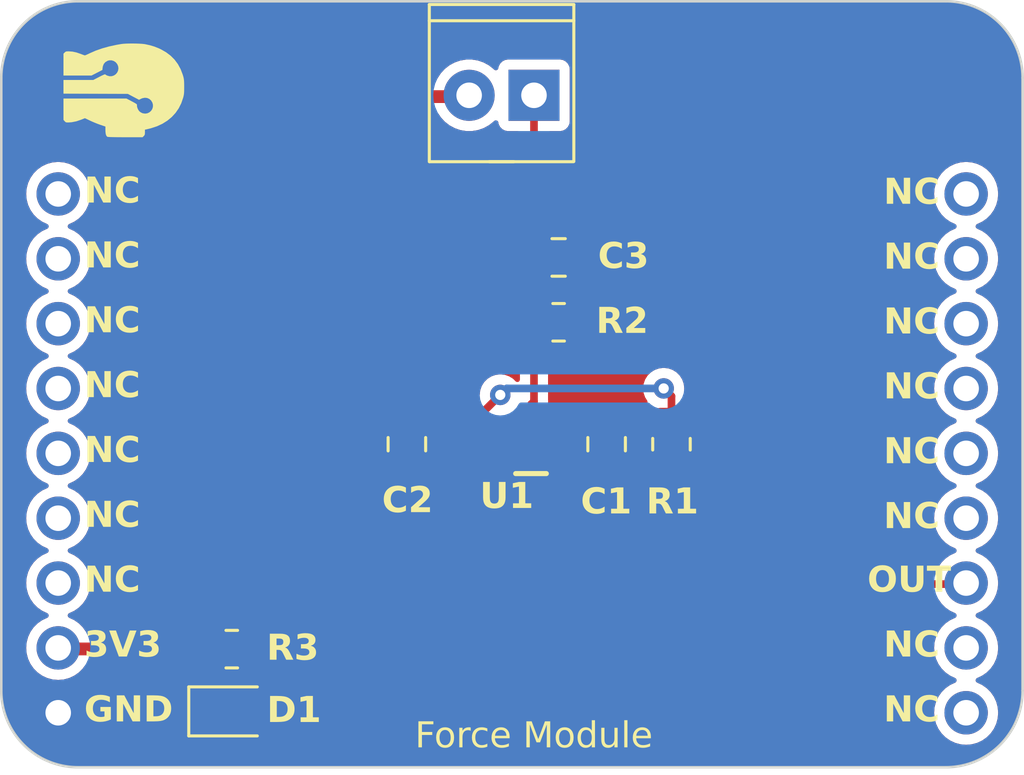
<source format=kicad_pcb>
(kicad_pcb (version 20240108) (generator "pcbnew") (generator_version "8.0")
  (layers (0 "F.Cu" signal) (31 "B.Cu" signal) (34 "B.Paste" user) (35 "F.Paste" user) (36 "B.SilkS" user "B.Silkscreen") (37 "F.SilkS" user "F.Silkscreen") (38 "B.Mask" user) (39 "F.Mask" user) (44 "Edge.Cuts" user))
  (net 0 "")
  (net 1 "OUT")
  (net 2 "GND")
  (net 3 "Net-(U1-V+)")
  (net 4 "VIN")
  (net 5 "Net-(D1-A)")
  (net 6 "+3V3")
  (net 7 "Net-(U1-IN-)")
  (footprint "Capacitor_SMD:C_0805_2012Metric" (layer "F.Cu") (at 79.3496 61.3664)
    (property "Reference" "C3" (at 2.54 0 0) (layer "F.SilkS") (effects (font (thickness 0.15) (bold yes))))
    (property "Value" "C")
    (fp_line (start -0.261252 -0.735) (end 0.261252 -0.735) (stroke (width 0.12)) (layer "F.SilkS"))
    (fp_line (start -0.261252 0.735) (end 0.261252 0.735) (stroke (width 0.12)) (layer "F.SilkS"))
    (pad "1" smd roundrect (at -0.95 0) (size 1 1.45) (layers "F.Cu" "F.Paste" "F.Mask") (net 4 "VIN"))
    (pad "2" smd roundrect (at 0.95 0) (size 1 1.45) (layers "F.Cu" "F.Paste" "F.Mask") (net 2 "GND"))
  )
  (footprint "meminle:SOT65P210X110-5N" (layer "F.Cu") (at 77.3176 68.7324 180)
    (property "Reference" "U1" (at 0 -2.032 0) (layer "F.SilkS") (effects (font (thickness 0.2) (bold yes))))
    (property "Value" "TLV521DCKR" (hide yes))
    (fp_line (start -1.55 -1.1) (end -0.35 -1.1) (stroke (width 0.2)) (layer "F.SilkS"))
    (pad "1" smd rect (at -0.95 -0.65 270) (size 0.4 1.2) (layers "F.Cu" "F.Paste" "F.Mask") (net 1 "OUT"))
    (pad "2" smd rect (at -0.95 0 270) (size 0.4 1.2) (layers "F.Cu" "F.Paste" "F.Mask") (net 2 "GND"))
    (pad "3" smd rect (at -0.95 0.65 270) (size 0.4 1.2) (layers "F.Cu" "F.Paste" "F.Mask") (net 4 "VIN"))
    (pad "4" smd rect (at 0.95 0.65 270) (size 0.4 1.2) (layers "F.Cu" "F.Paste" "F.Mask") (net 7 "Net-(U1-IN-)"))
    (pad "5" smd rect (at 0.95 -0.65 270) (size 0.4 1.2) (layers "F.Cu" "F.Paste" "F.Mask") (net 3 "Net-(U1-V+)"))
  )
  (footprint "Capacitor_SMD:C_0805_2012Metric" (layer "F.Cu") (at 81.2292 68.6816 90)
    (property "Reference" "C1" (at -2.2964 -0.0152 180) (layer "F.SilkS") (effects (font (thickness 0.15) (bold yes))))
    (property "Value" "0.1uF")
    (fp_line (start -0.261252 -0.735) (end 0.261252 -0.735) (stroke (width 0.12)) (layer "F.SilkS"))
    (fp_line (start -0.261252 0.735) (end 0.261252 0.735) (stroke (width 0.12)) (layer "F.SilkS"))
    (pad "1" smd roundrect (at -0.95 0 90) (size 1 1.45) (layers "F.Cu" "F.Paste" "F.Mask") (net 1 "OUT"))
    (pad "2" smd roundrect (at 0.95 0 90) (size 1 1.45) (layers "F.Cu" "F.Paste" "F.Mask") (net 2 "GND"))
  )
  (footprint "LED_SMD:LED_0805_2012Metric" (layer "F.Cu") (at 66.548 79.1464)
    (property "Reference" "D1" (at 2.4384 0 0) (layer "F.SilkS") (effects (font (thickness 0.15) (bold yes))))
    (property "Value" "LED")
    (fp_line (start -1.685 -0.96) (end -1.685 0.96) (stroke (width 0.12)) (layer "F.SilkS"))
    (fp_line (start -1.685 0.96) (end 1 0.96) (stroke (width 0.12)) (layer "F.SilkS"))
    (fp_line (start 1 -0.96) (end -1.685 -0.96) (stroke (width 0.12)) (layer "F.SilkS"))
    (pad "1" smd roundrect (at -0.9375 0) (size 0.975 1.4) (layers "F.Cu" "F.Paste" "F.Mask") (net 2 "GND"))
    (pad "2" smd roundrect (at 0.9375 0) (size 0.975 1.4) (layers "F.Cu" "F.Paste" "F.Mask") (net 5 "Net-(D1-A)"))
  )
  (footprint "TerminalBlock_Phoenix:TerminalBlock_Phoenix_MPT-0,5-2-2.54_1x02_P2.54mm_Horizontal" (layer "F.Cu") (at 75.8444 55.0164)
    (property "Reference" "J1" (hide yes))
    (property "Value" "Force Sensor")
    (fp_line (start -1.56 -3.556) (end -1.56 2.6) (stroke (width 0.12)) (layer "F.SilkS"))
    (fp_line (start -1.56 -3.556) (end 4.1 -3.556) (stroke (width 0.12)) (layer "F.SilkS"))
    (fp_line (start -1.56 -2.921) (end 4.1 -2.921) (stroke (width 0.12)) (layer "F.SilkS"))
    (fp_line (start -1.5494 2.6) (end 4.0894 2.6) (stroke (width 0.12)) (layer "F.SilkS"))
    (fp_line (start 0.79 2.6) (end 1.75 2.6) (stroke (width 0.12)) (layer "F.SilkS"))
    (fp_line (start 4.1 -3.556) (end 4.1 2.5908) (stroke (width 0.12)) (layer "F.SilkS"))
    (pad "1" thru_hole circle (at 0 0) (size 2 2) (drill 1) (layers "*.Cu" "*.Mask") (net 6 "+3V3"))
    (pad "2" thru_hole rect (at 2.54 0) (size 2 2) (drill 1) (layers "*.Cu" "*.Mask") (net 4 "VIN"))
  )
  (footprint "Moduler_:pin_header" (layer "F.Cu") (at 77.276 69.548)
    (property "Reference" "U2" (hide yes))
    (property "Value" "~" (hide yes))
    (fp_poly (pts (xy -14.485582 -16.559009) (xy -14.360573 -16.554745) (xy -14.248636 -16.54798) (xy -14.157002 -16.538775) (xy -14.117924 -16.532703) (xy -13.929469 -16.491549) (xy -13.759531 -16.440533) (xy -13.595569 -16.375574) (xy -13.505604 -16.333511) (xy -13.302009 -16.218091) (xy -13.123321 -16.083397) (xy -12.969118 -15.928915) (xy -12.838978 -15.754131) (xy -12.73248 -15.558531) (xy -12.6492 -15.3416) (xy -12.625721 -15.261504) (xy -12.612959 -15.20932) (xy -12.603846 -15.156964) (xy -12.597806 -15.097579) (xy -12.594264 -15.024306) (xy -12.592645 -14.930288) (xy -12.59236 -14.863654) (xy -12.592671 -14.758539) (xy -12.594379 -14.67766) (xy -12.598173 -14.613669) (xy -12.604739 -14.559219) (xy -12.614766 -14.506962) (xy -12.628942 -14.449549) (xy -12.632287 -14.43698) (xy -12.705714 -14.221543) (xy -12.805363 -14.022972) (xy -12.930147 -13.842253) (xy -13.078978 -13.68037) (xy -13.250768 -13.538308) (xy -13.444431 -13.417053) (xy -13.658878 -13.317589) (xy -13.893022 -13.240901) (xy -13.975535 -13.220506) (xy -14.129547 -13.185381) (xy -14.129547 -13.083439) (xy -14.131087 -13.025365) (xy -14.138019 -12.987709) (xy -14.153807 -12.959356) (xy -14.17572 -12.935324) (xy -14.221893 -12.889151) (xy -14.898388 -12.889632) (xy -15.093554 -12.890179) (xy -15.257188 -12.891522) (xy -15.389336 -12.893662) (xy -15.490047 -12.896601) (xy -15.559371 -12.900339) (xy -15.597354 -12.904877) (xy -15.604006 -12.907041) (xy -15.639705 -12.944721) (xy -15.663541 -13.009816) (xy -15.675744 -13.103144) (xy -15.677582 -13.169023) (xy -15.677607 -13.307746) (xy -15.877323 -13.375342) (xy -15.973613 -13.410249) (xy -16.083694 -13.453796) (xy -16.193274 -13.500154) (xy -16.27912 -13.539209) (xy -16.481202 -13.63548) (xy -16.625058 -13.577237) (xy -16.814264 -13.51298) (xy -16.995657 -13.477073) (xy -17.112214 -13.468483) (xy -17.172568 -13.467793) (xy -17.210949 -13.471228) (xy -17.236949 -13.481681) (xy -17.260163 -13.502045) (xy -17.274123 -13.517292) (xy -17.320343 -13.568879) (xy -17.320343 -13.987224) (xy -17.320343 -14.405569) (xy -16.086926 -14.405569) (xy -14.85351 -14.405569) (xy -14.643801 -14.294889) (xy -14.56284 -14.251731) (xy -14.506066 -14.219928) (xy -14.469493 -14.196546) (xy -14.449134 -14.178651) (xy -14.441003 -14.163308) (xy -14.441111 -14.147581) (xy -14.441413 -14.14592) (xy -14.43976 -14.092795) (xy -14.421236 -14.027967) (xy -14.3904 -13.962942) (xy -14.35181 -13.909228) (xy -14.344762 -13.902005) (xy -14.296227 -13.865834) (xy -14.236644 -13.835404) (xy -14.214799 -13.827587) (xy -14.121045 -13.813694) (xy -14.033382 -13.827179) (xy -13.955509 -13.863953) (xy -13.891126 -13.919926) (xy -13.843932 -13.991011) (xy -13.817627 -14.073118) (xy -13.815911 -14.162158) (xy -13.838074 -14.243952) (xy -13.888707 -14.328311) (xy -13.95777 -14.389514) (xy -14.040589 -14.425955) (xy -14.132494 -14.436027) (xy -14.228811 -14.418125) (xy -14.281052 -14.396241) (xy -14.36193 -14.355321) (xy -14.581404 -14.471272) (xy -14.800878 -14.587224) (xy -16.06061 -14.591538) (xy -17.320343 -14.595853) (xy -17.320343 -14.86402) (xy -17.320343 -15.132186) (xy -16.736108 -15.132186) (xy -16.151873 -15.132186) (xy -15.92364 -15.25081) (xy -15.825628 -15.300328) (xy -15.752835 -15.333929) (xy -15.705794 -15.351385) (xy -15.685044 -15.352471) (xy -15.684533 -15.351839) (xy -15.664369 -15.334981) (xy -15.626413 -15.313259) (xy -15.608475 -15.304645) (xy -15.517344 -15.278515) (xy -15.42868 -15.280387) (xy -15.34665 -15.306716) (xy -15.27542 -15.353956) (xy -15.219157 -15.418565) (xy -15.182028 -15.496995) (xy -15.1682 -15.585704) (xy -15.178799 -15.670169) (xy -15.216089 -15.756834) (xy -15.2752 -15.826154) (xy -15.350432 -15.875231) (xy -15.436087 -15.901168) (xy -15.526465 -15.901066) (xy -15.594919 -15.881743) (xy -15.679764 -15.831605) (xy -15.7402 -15.761879) (xy -15.776844 -15.671686) (xy -15.787538 -15.6087) (xy -15.796027 -15.524455) (xy -16.008245 -15.415199) (xy -16.220463 -15.305942) (xy -16.770403 -15.305942) (xy -17.320343 -15.305942) (xy -17.320343 -15.73365) (xy -17.320343 -16.161358) (xy -17.27417 -16.207531) (xy -17.247441 -16.231634) (xy -17.221044 -16.24546) (xy -17.185152 -16.251797) (xy -17.129936 -16.253429) (xy -17.112261 -16.253429) (xy -16.965134 -16.242789) (xy -16.813828 -16.210492) (xy -16.650907 -16.15493) (xy -16.643254 -16.151886) (xy -16.580147 -16.127507) (xy -16.526736 -16.108472) (xy -16.490695 -16.097439) (xy -16.481152 -16.095743) (xy -16.459332 -16.102404) (xy -16.415439 -16.120594) (xy -16.35561 -16.147624) (xy -16.285983 -16.180807) (xy -16.277762 -16.184828) (xy -16.053998 -16.282606) (xy -15.80365 -16.369931) (xy -15.530295 -16.445763) (xy -15.237504 -16.509065) (xy -15.053614 -16.540657) (xy -14.971712 -16.549822) (xy -14.866727 -16.556178) (xy -14.74589 -16.559787) (xy -14.616431 -16.56071)) (fill solid) (layer "F.SilkS"))
    (fp_line (start -19.7562 -15.2144) (end -19.7562 8.7856) (stroke (width 0.1)) (layer "Edge.Cuts"))
    (fp_line (start -16.7562 11.7856) (end 17.2438 11.7856) (stroke (width 0.1)) (layer "Edge.Cuts"))
    (fp_line (start 17.2438 -18.2144) (end -16.7562 -18.2144) (stroke (width 0.1)) (layer "Edge.Cuts"))
    (fp_line (start 20.2438 8.7856) (end 20.2438 -15.2144) (stroke (width 0.1)) (layer "Edge.Cuts"))
    (fp_arc (start -19.7562 -15.2144) (mid -18.87752 -17.33572) (end -16.7562 -18.2144) (stroke (width 0.1)) (layer "Edge.Cuts"))
    (fp_arc (start -16.7562 11.7856) (mid -18.87752 10.90692) (end -19.7562 8.7856) (stroke (width 0.1)) (layer "Edge.Cuts"))
    (fp_arc (start 17.2438 -18.2144) (mid 19.36512 -17.33572) (end 20.2438 -15.2144) (stroke (width 0.1)) (layer "Edge.Cuts"))
    (fp_arc (start 20.2438 8.7856) (mid 19.36512 10.90692) (end 17.2438 11.7856) (stroke (width 0.1)) (layer "Edge.Cuts"))
    (fp_text user "NC" (at 14.799 -10.112 0) (layer "F.SilkS") (effects (font (thickness 0.2) (bold yes)) (justify left bottom)))
    (fp_text user "3V3" (at -16.51 7.62 0) (layer "F.SilkS") (effects (font (thickness 0.2) (bold yes)) (justify left bottom)))
    (fp_text user "NC" (at -16.51 -5.08 0) (layer "F.SilkS") (effects (font (thickness 0.2) (bold yes)) (justify left bottom)))
    (fp_text user "NC" (at 14.799 10.16 0) (layer "F.SilkS") (effects (font (thickness 0.2) (bold yes)) (justify left bottom)))
    (fp_text user "OUT" (at 14.164 5.08 0) (layer "F.SilkS") (effects (font (thickness 0.2) (bold yes)) (justify left bottom)))
    (fp_text user "NC" (at -16.51 5.08 0) (layer "F.SilkS") (effects (font (thickness 0.2) (bold yes)) (justify left bottom)))
    (fp_text user "NC" (at 14.799 0.048 0) (layer "F.SilkS") (effects (font (thickness 0.2) (bold yes)) (justify left bottom)))
    (fp_text user "NC" (at -16.51 -7.62 0) (layer "F.SilkS") (effects (font (thickness 0.2) (bold yes)) (justify left bottom)))
    (fp_text user "Force Module" (at -3.556 11.176 0) (layer "F.SilkS") (effects (font (thickness 0.1)) (justify left bottom)))
    (fp_text user "GND" (at -16.51 10.16 0) (layer "F.SilkS") (effects (font (thickness 0.2) (bold yes)) (justify left bottom)))
    (fp_text user "NC" (at -16.51 2.54 0) (layer "F.SilkS") (effects (font (thickness 0.2) (bold yes)) (justify left bottom)))
    (fp_text user "NC" (at -16.51 -10.16 0) (layer "F.SilkS") (effects (font (thickness 0.2) (bold yes)) (justify left bottom)))
    (fp_text user "NC" (at -16.51 0 0) (layer "F.SilkS") (effects (font (thickness 0.2) (bold yes)) (justify left bottom)))
    (fp_text user "NC" (at 14.799 2.588 0) (layer "F.SilkS") (effects (font (thickness 0.2) (bold yes)) (justify left bottom)))
    (fp_text user "NC" (at 14.799 7.62 0) (layer "F.SilkS") (effects (font (thickness 0.2) (bold yes)) (justify left bottom)))
    (fp_text user "NC" (at 14.799 -5.032 0) (layer "F.SilkS") (effects (font (thickness 0.2) (bold yes)) (justify left bottom)))
    (fp_text user "NC" (at 14.799 -2.492 0) (layer "F.SilkS") (effects (font (thickness 0.2) (bold yes)) (justify left bottom)))
    (fp_text user "NC" (at 14.799 -7.572 0) (layer "F.SilkS") (effects (font (thickness 0.2) (bold yes)) (justify left bottom)))
    (fp_text user "NC" (at -16.51 -2.54 0) (layer "F.SilkS") (effects (font (thickness 0.2) (bold yes)) (justify left bottom)))
    (pad "1" thru_hole oval (at -17.526 -10.668) (size 1.7 1.7) (drill 1) (layers "*.Cu" "*.Mask"))
    (pad "2" thru_hole oval (at -17.526 -8.128) (size 1.7 1.7) (drill 1) (layers "*.Cu" "*.Mask"))
    (pad "3" thru_hole oval (at -17.526 -5.588) (size 1.7 1.7) (drill 1) (layers "*.Cu" "*.Mask"))
    (pad "4" thru_hole oval (at -17.526 -3.048) (size 1.7 1.7) (drill 1) (layers "*.Cu" "*.Mask"))
    (pad "5" thru_hole oval (at -17.526 -0.508) (size 1.7 1.7) (drill 1) (layers "*.Cu" "*.Mask"))
    (pad "6" thru_hole oval (at -17.526 2.032) (size 1.7 1.7) (drill 1) (layers "*.Cu" "*.Mask"))
    (pad "7" thru_hole oval (at -17.526 4.572) (size 1.7 1.7) (drill 1) (layers "*.Cu" "*.Mask"))
    (pad "8" thru_hole oval (at -17.526 7.112) (size 1.7 1.7) (drill 1) (layers "*.Cu" "*.Mask") (net 6 "+3V3"))
    (pad "9" thru_hole oval (at -17.526 9.652) (size 1.7 1.7) (drill 1) (layers "*.Cu" "*.Mask") (net 2 "GND"))
    (pad "10" thru_hole oval (at 18.034 9.652) (size 1.7 1.7) (drill 1) (layers "*.Cu" "*.Mask"))
    (pad "11" thru_hole oval (at 18.034 7.112) (size 1.7 1.7) (drill 1) (layers "*.Cu" "*.Mask"))
    (pad "12" thru_hole oval (at 18.034 4.572) (size 1.7 1.7) (drill 1) (layers "*.Cu" "*.Mask") (net 1 "OUT"))
    (pad "13" thru_hole oval (at 18.034 2.032) (size 1.7 1.7) (drill 1) (layers "*.Cu" "*.Mask"))
    (pad "14" thru_hole oval (at 18.034 -0.508) (size 1.7 1.7) (drill 1) (layers "*.Cu" "*.Mask"))
    (pad "15" thru_hole oval (at 18.034 -3.048) (size 1.7 1.7) (drill 1) (layers "*.Cu" "*.Mask"))
    (pad "16" thru_hole oval (at 18.034 -5.588) (size 1.7 1.7) (drill 1) (layers "*.Cu" "*.Mask"))
    (pad "17" thru_hole oval (at 18.034 -8.128) (size 1.7 1.7) (drill 1) (layers "*.Cu" "*.Mask"))
    (pad "18" thru_hole oval (at 18.034 -10.668) (size 1.7 1.7) (drill 1) (layers "*.Cu" "*.Mask"))
  )
  (footprint "Resistor_SMD:R_0805_2012Metric" (layer "F.Cu") (at 79.3496 63.9064 180)
    (property "Reference" "R2" (at -2.4892 0 0) (layer "F.SilkS") (effects (font (thickness 0.15) (bold yes))))
    (property "Value" "30k")
    (fp_line (start -0.227064 0.735) (end 0.227064 0.735) (stroke (width 0.12)) (layer "F.SilkS"))
    (fp_line (start -0.227064 -0.735) (end 0.227064 -0.735) (stroke (width 0.12)) (layer "F.SilkS"))
    (pad "1" smd roundrect (at -0.9125 0 180) (size 1.025 1.4) (layers "F.Cu" "F.Paste" "F.Mask") (roundrect_rratio 0.243902) (net 2 "GND"))
    (pad "2" smd roundrect (at 0.9125 0 180) (size 1.025 1.4) (layers "F.Cu" "F.Paste" "F.Mask") (roundrect_rratio 0.243902) (net 4 "VIN"))
  )
  (footprint "Capacitor_SMD:C_0805_2012Metric" (layer "F.Cu") (at 73.406 68.6816 90)
    (property "Reference" "C2" (at -2.2456 0.0254 180) (layer "F.SilkS") (effects (font (thickness 0.15) (bold yes))))
    (property "Value" "0.1uF")
    (fp_line (start -0.261252 -0.735) (end 0.261252 -0.735) (stroke (width 0.12)) (layer "F.SilkS"))
    (fp_line (start -0.261252 0.735) (end 0.261252 0.735) (stroke (width 0.12)) (layer "F.SilkS"))
    (pad "1" smd roundrect (at -0.95 0 90) (size 1 1.45) (layers "F.Cu" "F.Paste" "F.Mask") (net 3 "Net-(U1-V+)"))
    (pad "2" smd roundrect (at 0.95 0 90) (size 1 1.45) (layers "F.Cu" "F.Paste" "F.Mask") (net 2 "GND"))
  )
  (footprint "Resistor_SMD:R_0805_2012Metric" (layer "F.Cu") (at 66.548 76.708)
    (property "Reference" "R3" (at 2.3876 0 0) (layer "F.SilkS") (effects (font (thickness 0.15) (bold yes))))
    (property "Value" "R")
    (fp_line (start -0.227064 -0.735) (end 0.227064 -0.735) (stroke (width 0.12)) (layer "F.SilkS"))
    (fp_line (start -0.227064 0.735) (end 0.227064 0.735) (stroke (width 0.12)) (layer "F.SilkS"))
    (pad "1" smd roundrect (at -0.9125 0) (size 1.025 1.4) (layers "F.Cu" "F.Paste" "F.Mask") (roundrect_rratio 0.243902) (net 6 "+3V3"))
    (pad "2" smd roundrect (at 0.9125 0) (size 1.025 1.4) (layers "F.Cu" "F.Paste" "F.Mask") (roundrect_rratio 0.243902) (net 5 "Net-(D1-A)"))
  )
  (footprint "Resistor_SMD:R_0805_2012Metric" (layer "F.Cu") (at 83.7692 68.6816 90)
    (property "Reference" "R1" (at -2.2964 0.0356 180) (layer "F.SilkS") (effects (font (thickness 0.15) (bold yes))))
    (property "Value" "0r")
    (fp_line (start -0.227064 -0.735) (end 0.227064 -0.735) (stroke (width 0.12)) (layer "F.SilkS"))
    (fp_line (start -0.227064 0.735) (end 0.227064 0.735) (stroke (width 0.12)) (layer "F.SilkS"))
    (pad "1" smd roundrect (at -0.9125 0 90) (size 1.025 1.4) (layers "F.Cu" "F.Paste" "F.Mask") (roundrect_rratio 0.243902) (net 1 "OUT"))
    (pad "2" smd roundrect (at 0.9125 0 90) (size 1.025 1.4) (layers "F.Cu" "F.Paste" "F.Mask") (roundrect_rratio 0.243902) (net 7 "Net-(U1-IN-)"))
  )
  (segment (start 85.5453 69.5941) (end 90.11252 74.16132) (width 0.3) (layer "F.Cu") (net 1))
  (segment (start 79.5001 69.5941) (end 83.7692 69.5941) (width 0.3) (layer "F.Cu") (net 1))
  (segment (start 83.7692 69.5941) (end 85.5453 69.5941) (width 0.3) (layer "F.Cu") (net 1))
  (segment (start 95.26868 74.16132) (end 95.31 74.12) (width 0.3) (layer "F.Cu") (net 1))
  (segment (start 90.11252 74.16132) (end 95.26868 74.16132) (width 0.3) (layer "F.Cu") (net 1))
  (segment (start 79.2884 69.3824) (end 79.5001 69.5941) (width 0.3) (layer "F.Cu") (net 1))
  (segment (start 78.2676 69.3824) (end 79.2884 69.3824) (width 0.3) (layer "F.Cu") (net 1))
  (segment (start 78.3184 68.7324) (end 79.3496 68.7324) (width 0.3) (layer "F.Cu") (net 2))
  (segment (start 79.3496 68.7324) (end 79.502 68.58) (width 0.3) (layer "F.Cu") (net 2))
  (segment (start 75.2452 69.3824) (end 74.996 69.6316) (width 0.3) (layer "F.Cu") (net 3))
  (segment (start 76.3676 69.3824) (end 75.2452 69.3824) (width 0.3) (layer "F.Cu") (net 3))
  (segment (start 74.996 69.6316) (end 73.406 69.6316) (width 0.3) (layer "F.Cu") (net 3))
  (segment (start 78.2676 67.122) (end 78.3844 67.0052) (width 0.3) (layer "F.Cu") (net 4))
  (segment (start 78.3844 67.0052) (end 78.3844 55.2196) (width 0.3) (layer "F.Cu") (net 4))
  (segment (start 78.2676 68.0824) (end 78.2676 67.122) (width 0.3) (layer "F.Cu") (net 4))
  (segment (start 78.3844 55.2196) (end 78.232 55.0672) (width 0.3) (layer "F.Cu") (net 4))
  (segment (start 67.4605 79.1214) (end 67.4855 79.1464) (width 0.5) (layer "F.Cu") (net 5))
  (segment (start 67.4605 76.708) (end 67.4605 79.1214) (width 0.5) (layer "F.Cu") (net 5))
  (segment (start 71.7296 55.0672) (end 75.7936 55.0672) (width 0.5) (layer "F.Cu") (net 6))
  (segment (start 59.75 76.66) (end 59.79132 76.70132) (width 0.5) (layer "F.Cu") (net 6))
  (segment (start 70.0024 56.7944) (end 71.7296 55.0672) (width 0.5) (layer "F.Cu") (net 6))
  (segment (start 65.62882 76.70132) (end 65.6355 76.708) (width 0.5) (layer "F.Cu") (net 6))
  (segment (start 70.0024 72.3411) (end 70.0024 56.7944) (width 0.5) (layer "F.Cu") (net 6))
  (segment (start 75.7936 55.0672) (end 75.8444 55.0164) (width 0.5) (layer "F.Cu") (net 6))
  (segment (start 59.79132 76.70132) (end 65.62882 76.70132) (width 0.5) (layer "F.Cu") (net 6))
  (segment (start 65.6355 76.708) (end 70.0024 72.3411) (width 0.5) (layer "F.Cu") (net 6))
  (segment (start 76.3676 68.0824) (end 76.3676 67.4472) (width 0.3) (layer "F.Cu") (net 7))
  (segment (start 83.4644 66.4972) (end 83.7692 66.802) (width 0.3) (layer "F.Cu") (net 7))
  (segment (start 76.3676 67.4472) (end 77.0636 66.7512) (width 0.3) (layer "F.Cu") (net 7))
  (segment (start 83.7692 66.802) (end 83.7692 67.7691) (width 0.3) (layer "F.Cu") (net 7))
  (via (at 83.4644 66.4972) (size 0.8) (drill 0.4) (layers "F.Cu" "B.Cu") (net 7))
  (via (at 77.0636 66.7512) (size 0.8) (drill 0.4) (layers "F.Cu" "B.Cu") (net 7))
  (segment (start 83.4644 66.4972) (end 77.3176 66.4972) (width 0.3) (layer "B.Cu") (net 7))
  (segment (start 77.3176 66.4972) (end 77.0636 66.7512) (width 0.3) (layer "B.Cu") (net 7))
  (zone (net 2) (net_name "GND") (layers "F&B.Cu") (connect_pads yes (clearance 0.4)) (min_thickness 0.2) (fill yes (thermal_gap 0.5) (thermal_bridge_width 0.5))
    (polygon (pts (xy 57.5056 51.308) (xy 97.5868 51.308) (xy 97.5868 81.4324) (xy 57.5056 81.4324)))
  )
)
</source>
